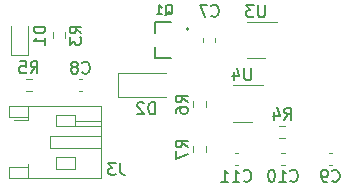
<source format=gbr>
%TF.GenerationSoftware,KiCad,Pcbnew,7.0.2*%
%TF.CreationDate,2024-01-28T17:58:16-05:00*%
%TF.ProjectId,E-INK Watch,452d494e-4b20-4576-9174-63682e6b6963,rev?*%
%TF.SameCoordinates,Original*%
%TF.FileFunction,Legend,Bot*%
%TF.FilePolarity,Positive*%
%FSLAX46Y46*%
G04 Gerber Fmt 4.6, Leading zero omitted, Abs format (unit mm)*
G04 Created by KiCad (PCBNEW 7.0.2) date 2024-01-28 17:58:16*
%MOMM*%
%LPD*%
G01*
G04 APERTURE LIST*
%ADD10C,0.150000*%
%ADD11C,0.120000*%
%ADD12C,0.127000*%
%ADD13C,0.200000*%
G04 APERTURE END LIST*
D10*
%TO.C,U4*%
X101591904Y-126852619D02*
X101591904Y-127662142D01*
X101591904Y-127662142D02*
X101544285Y-127757380D01*
X101544285Y-127757380D02*
X101496666Y-127805000D01*
X101496666Y-127805000D02*
X101401428Y-127852619D01*
X101401428Y-127852619D02*
X101210952Y-127852619D01*
X101210952Y-127852619D02*
X101115714Y-127805000D01*
X101115714Y-127805000D02*
X101068095Y-127757380D01*
X101068095Y-127757380D02*
X101020476Y-127662142D01*
X101020476Y-127662142D02*
X101020476Y-126852619D01*
X100115714Y-127185952D02*
X100115714Y-127852619D01*
X100353809Y-126805000D02*
X100591904Y-127519285D01*
X100591904Y-127519285D02*
X99972857Y-127519285D01*
%TO.C,C10*%
X104920357Y-136357380D02*
X104967976Y-136405000D01*
X104967976Y-136405000D02*
X105110833Y-136452619D01*
X105110833Y-136452619D02*
X105206071Y-136452619D01*
X105206071Y-136452619D02*
X105348928Y-136405000D01*
X105348928Y-136405000D02*
X105444166Y-136309761D01*
X105444166Y-136309761D02*
X105491785Y-136214523D01*
X105491785Y-136214523D02*
X105539404Y-136024047D01*
X105539404Y-136024047D02*
X105539404Y-135881190D01*
X105539404Y-135881190D02*
X105491785Y-135690714D01*
X105491785Y-135690714D02*
X105444166Y-135595476D01*
X105444166Y-135595476D02*
X105348928Y-135500238D01*
X105348928Y-135500238D02*
X105206071Y-135452619D01*
X105206071Y-135452619D02*
X105110833Y-135452619D01*
X105110833Y-135452619D02*
X104967976Y-135500238D01*
X104967976Y-135500238D02*
X104920357Y-135547857D01*
X103967976Y-136452619D02*
X104539404Y-136452619D01*
X104253690Y-136452619D02*
X104253690Y-135452619D01*
X104253690Y-135452619D02*
X104348928Y-135595476D01*
X104348928Y-135595476D02*
X104444166Y-135690714D01*
X104444166Y-135690714D02*
X104539404Y-135738333D01*
X103348928Y-135452619D02*
X103253690Y-135452619D01*
X103253690Y-135452619D02*
X103158452Y-135500238D01*
X103158452Y-135500238D02*
X103110833Y-135547857D01*
X103110833Y-135547857D02*
X103063214Y-135643095D01*
X103063214Y-135643095D02*
X103015595Y-135833571D01*
X103015595Y-135833571D02*
X103015595Y-136071666D01*
X103015595Y-136071666D02*
X103063214Y-136262142D01*
X103063214Y-136262142D02*
X103110833Y-136357380D01*
X103110833Y-136357380D02*
X103158452Y-136405000D01*
X103158452Y-136405000D02*
X103253690Y-136452619D01*
X103253690Y-136452619D02*
X103348928Y-136452619D01*
X103348928Y-136452619D02*
X103444166Y-136405000D01*
X103444166Y-136405000D02*
X103491785Y-136357380D01*
X103491785Y-136357380D02*
X103539404Y-136262142D01*
X103539404Y-136262142D02*
X103587023Y-136071666D01*
X103587023Y-136071666D02*
X103587023Y-135833571D01*
X103587023Y-135833571D02*
X103539404Y-135643095D01*
X103539404Y-135643095D02*
X103491785Y-135547857D01*
X103491785Y-135547857D02*
X103444166Y-135500238D01*
X103444166Y-135500238D02*
X103348928Y-135452619D01*
%TO.C,J3*%
X90503333Y-134882619D02*
X90503333Y-135596904D01*
X90503333Y-135596904D02*
X90550952Y-135739761D01*
X90550952Y-135739761D02*
X90646190Y-135835000D01*
X90646190Y-135835000D02*
X90789047Y-135882619D01*
X90789047Y-135882619D02*
X90884285Y-135882619D01*
X90122380Y-134882619D02*
X89503333Y-134882619D01*
X89503333Y-134882619D02*
X89836666Y-135263571D01*
X89836666Y-135263571D02*
X89693809Y-135263571D01*
X89693809Y-135263571D02*
X89598571Y-135311190D01*
X89598571Y-135311190D02*
X89550952Y-135358809D01*
X89550952Y-135358809D02*
X89503333Y-135454047D01*
X89503333Y-135454047D02*
X89503333Y-135692142D01*
X89503333Y-135692142D02*
X89550952Y-135787380D01*
X89550952Y-135787380D02*
X89598571Y-135835000D01*
X89598571Y-135835000D02*
X89693809Y-135882619D01*
X89693809Y-135882619D02*
X89979523Y-135882619D01*
X89979523Y-135882619D02*
X90074761Y-135835000D01*
X90074761Y-135835000D02*
X90122380Y-135787380D01*
%TO.C,R3*%
X87212619Y-123893333D02*
X86736428Y-123560000D01*
X87212619Y-123321905D02*
X86212619Y-123321905D01*
X86212619Y-123321905D02*
X86212619Y-123702857D01*
X86212619Y-123702857D02*
X86260238Y-123798095D01*
X86260238Y-123798095D02*
X86307857Y-123845714D01*
X86307857Y-123845714D02*
X86403095Y-123893333D01*
X86403095Y-123893333D02*
X86545952Y-123893333D01*
X86545952Y-123893333D02*
X86641190Y-123845714D01*
X86641190Y-123845714D02*
X86688809Y-123798095D01*
X86688809Y-123798095D02*
X86736428Y-123702857D01*
X86736428Y-123702857D02*
X86736428Y-123321905D01*
X86212619Y-124226667D02*
X86212619Y-124845714D01*
X86212619Y-124845714D02*
X86593571Y-124512381D01*
X86593571Y-124512381D02*
X86593571Y-124655238D01*
X86593571Y-124655238D02*
X86641190Y-124750476D01*
X86641190Y-124750476D02*
X86688809Y-124798095D01*
X86688809Y-124798095D02*
X86784047Y-124845714D01*
X86784047Y-124845714D02*
X87022142Y-124845714D01*
X87022142Y-124845714D02*
X87117380Y-124798095D01*
X87117380Y-124798095D02*
X87165000Y-124750476D01*
X87165000Y-124750476D02*
X87212619Y-124655238D01*
X87212619Y-124655238D02*
X87212619Y-124369524D01*
X87212619Y-124369524D02*
X87165000Y-124274286D01*
X87165000Y-124274286D02*
X87117380Y-124226667D01*
%TO.C,C9*%
X108454166Y-136357380D02*
X108501785Y-136405000D01*
X108501785Y-136405000D02*
X108644642Y-136452619D01*
X108644642Y-136452619D02*
X108739880Y-136452619D01*
X108739880Y-136452619D02*
X108882737Y-136405000D01*
X108882737Y-136405000D02*
X108977975Y-136309761D01*
X108977975Y-136309761D02*
X109025594Y-136214523D01*
X109025594Y-136214523D02*
X109073213Y-136024047D01*
X109073213Y-136024047D02*
X109073213Y-135881190D01*
X109073213Y-135881190D02*
X109025594Y-135690714D01*
X109025594Y-135690714D02*
X108977975Y-135595476D01*
X108977975Y-135595476D02*
X108882737Y-135500238D01*
X108882737Y-135500238D02*
X108739880Y-135452619D01*
X108739880Y-135452619D02*
X108644642Y-135452619D01*
X108644642Y-135452619D02*
X108501785Y-135500238D01*
X108501785Y-135500238D02*
X108454166Y-135547857D01*
X107977975Y-136452619D02*
X107787499Y-136452619D01*
X107787499Y-136452619D02*
X107692261Y-136405000D01*
X107692261Y-136405000D02*
X107644642Y-136357380D01*
X107644642Y-136357380D02*
X107549404Y-136214523D01*
X107549404Y-136214523D02*
X107501785Y-136024047D01*
X107501785Y-136024047D02*
X107501785Y-135643095D01*
X107501785Y-135643095D02*
X107549404Y-135547857D01*
X107549404Y-135547857D02*
X107597023Y-135500238D01*
X107597023Y-135500238D02*
X107692261Y-135452619D01*
X107692261Y-135452619D02*
X107882737Y-135452619D01*
X107882737Y-135452619D02*
X107977975Y-135500238D01*
X107977975Y-135500238D02*
X108025594Y-135547857D01*
X108025594Y-135547857D02*
X108073213Y-135643095D01*
X108073213Y-135643095D02*
X108073213Y-135881190D01*
X108073213Y-135881190D02*
X108025594Y-135976428D01*
X108025594Y-135976428D02*
X107977975Y-136024047D01*
X107977975Y-136024047D02*
X107882737Y-136071666D01*
X107882737Y-136071666D02*
X107692261Y-136071666D01*
X107692261Y-136071666D02*
X107597023Y-136024047D01*
X107597023Y-136024047D02*
X107549404Y-135976428D01*
X107549404Y-135976428D02*
X107501785Y-135881190D01*
%TO.C,C8*%
X87296666Y-127207380D02*
X87344285Y-127255000D01*
X87344285Y-127255000D02*
X87487142Y-127302619D01*
X87487142Y-127302619D02*
X87582380Y-127302619D01*
X87582380Y-127302619D02*
X87725237Y-127255000D01*
X87725237Y-127255000D02*
X87820475Y-127159761D01*
X87820475Y-127159761D02*
X87868094Y-127064523D01*
X87868094Y-127064523D02*
X87915713Y-126874047D01*
X87915713Y-126874047D02*
X87915713Y-126731190D01*
X87915713Y-126731190D02*
X87868094Y-126540714D01*
X87868094Y-126540714D02*
X87820475Y-126445476D01*
X87820475Y-126445476D02*
X87725237Y-126350238D01*
X87725237Y-126350238D02*
X87582380Y-126302619D01*
X87582380Y-126302619D02*
X87487142Y-126302619D01*
X87487142Y-126302619D02*
X87344285Y-126350238D01*
X87344285Y-126350238D02*
X87296666Y-126397857D01*
X86725237Y-126731190D02*
X86820475Y-126683571D01*
X86820475Y-126683571D02*
X86868094Y-126635952D01*
X86868094Y-126635952D02*
X86915713Y-126540714D01*
X86915713Y-126540714D02*
X86915713Y-126493095D01*
X86915713Y-126493095D02*
X86868094Y-126397857D01*
X86868094Y-126397857D02*
X86820475Y-126350238D01*
X86820475Y-126350238D02*
X86725237Y-126302619D01*
X86725237Y-126302619D02*
X86534761Y-126302619D01*
X86534761Y-126302619D02*
X86439523Y-126350238D01*
X86439523Y-126350238D02*
X86391904Y-126397857D01*
X86391904Y-126397857D02*
X86344285Y-126493095D01*
X86344285Y-126493095D02*
X86344285Y-126540714D01*
X86344285Y-126540714D02*
X86391904Y-126635952D01*
X86391904Y-126635952D02*
X86439523Y-126683571D01*
X86439523Y-126683571D02*
X86534761Y-126731190D01*
X86534761Y-126731190D02*
X86725237Y-126731190D01*
X86725237Y-126731190D02*
X86820475Y-126778809D01*
X86820475Y-126778809D02*
X86868094Y-126826428D01*
X86868094Y-126826428D02*
X86915713Y-126921666D01*
X86915713Y-126921666D02*
X86915713Y-127112142D01*
X86915713Y-127112142D02*
X86868094Y-127207380D01*
X86868094Y-127207380D02*
X86820475Y-127255000D01*
X86820475Y-127255000D02*
X86725237Y-127302619D01*
X86725237Y-127302619D02*
X86534761Y-127302619D01*
X86534761Y-127302619D02*
X86439523Y-127255000D01*
X86439523Y-127255000D02*
X86391904Y-127207380D01*
X86391904Y-127207380D02*
X86344285Y-127112142D01*
X86344285Y-127112142D02*
X86344285Y-126921666D01*
X86344285Y-126921666D02*
X86391904Y-126826428D01*
X86391904Y-126826428D02*
X86439523Y-126778809D01*
X86439523Y-126778809D02*
X86534761Y-126731190D01*
%TO.C,U3*%
X102761904Y-121522619D02*
X102761904Y-122332142D01*
X102761904Y-122332142D02*
X102714285Y-122427380D01*
X102714285Y-122427380D02*
X102666666Y-122475000D01*
X102666666Y-122475000D02*
X102571428Y-122522619D01*
X102571428Y-122522619D02*
X102380952Y-122522619D01*
X102380952Y-122522619D02*
X102285714Y-122475000D01*
X102285714Y-122475000D02*
X102238095Y-122427380D01*
X102238095Y-122427380D02*
X102190476Y-122332142D01*
X102190476Y-122332142D02*
X102190476Y-121522619D01*
X101809523Y-121522619D02*
X101190476Y-121522619D01*
X101190476Y-121522619D02*
X101523809Y-121903571D01*
X101523809Y-121903571D02*
X101380952Y-121903571D01*
X101380952Y-121903571D02*
X101285714Y-121951190D01*
X101285714Y-121951190D02*
X101238095Y-121998809D01*
X101238095Y-121998809D02*
X101190476Y-122094047D01*
X101190476Y-122094047D02*
X101190476Y-122332142D01*
X101190476Y-122332142D02*
X101238095Y-122427380D01*
X101238095Y-122427380D02*
X101285714Y-122475000D01*
X101285714Y-122475000D02*
X101380952Y-122522619D01*
X101380952Y-122522619D02*
X101666666Y-122522619D01*
X101666666Y-122522619D02*
X101761904Y-122475000D01*
X101761904Y-122475000D02*
X101809523Y-122427380D01*
%TO.C,R5*%
X82916666Y-127262619D02*
X83249999Y-126786428D01*
X83488094Y-127262619D02*
X83488094Y-126262619D01*
X83488094Y-126262619D02*
X83107142Y-126262619D01*
X83107142Y-126262619D02*
X83011904Y-126310238D01*
X83011904Y-126310238D02*
X82964285Y-126357857D01*
X82964285Y-126357857D02*
X82916666Y-126453095D01*
X82916666Y-126453095D02*
X82916666Y-126595952D01*
X82916666Y-126595952D02*
X82964285Y-126691190D01*
X82964285Y-126691190D02*
X83011904Y-126738809D01*
X83011904Y-126738809D02*
X83107142Y-126786428D01*
X83107142Y-126786428D02*
X83488094Y-126786428D01*
X82011904Y-126262619D02*
X82488094Y-126262619D01*
X82488094Y-126262619D02*
X82535713Y-126738809D01*
X82535713Y-126738809D02*
X82488094Y-126691190D01*
X82488094Y-126691190D02*
X82392856Y-126643571D01*
X82392856Y-126643571D02*
X82154761Y-126643571D01*
X82154761Y-126643571D02*
X82059523Y-126691190D01*
X82059523Y-126691190D02*
X82011904Y-126738809D01*
X82011904Y-126738809D02*
X81964285Y-126834047D01*
X81964285Y-126834047D02*
X81964285Y-127072142D01*
X81964285Y-127072142D02*
X82011904Y-127167380D01*
X82011904Y-127167380D02*
X82059523Y-127215000D01*
X82059523Y-127215000D02*
X82154761Y-127262619D01*
X82154761Y-127262619D02*
X82392856Y-127262619D01*
X82392856Y-127262619D02*
X82488094Y-127215000D01*
X82488094Y-127215000D02*
X82535713Y-127167380D01*
%TO.C,R7*%
X96212619Y-133553333D02*
X95736428Y-133220000D01*
X96212619Y-132981905D02*
X95212619Y-132981905D01*
X95212619Y-132981905D02*
X95212619Y-133362857D01*
X95212619Y-133362857D02*
X95260238Y-133458095D01*
X95260238Y-133458095D02*
X95307857Y-133505714D01*
X95307857Y-133505714D02*
X95403095Y-133553333D01*
X95403095Y-133553333D02*
X95545952Y-133553333D01*
X95545952Y-133553333D02*
X95641190Y-133505714D01*
X95641190Y-133505714D02*
X95688809Y-133458095D01*
X95688809Y-133458095D02*
X95736428Y-133362857D01*
X95736428Y-133362857D02*
X95736428Y-132981905D01*
X95212619Y-133886667D02*
X95212619Y-134553333D01*
X95212619Y-134553333D02*
X96212619Y-134124762D01*
%TO.C,D1*%
X84172619Y-123321905D02*
X83172619Y-123321905D01*
X83172619Y-123321905D02*
X83172619Y-123560000D01*
X83172619Y-123560000D02*
X83220238Y-123702857D01*
X83220238Y-123702857D02*
X83315476Y-123798095D01*
X83315476Y-123798095D02*
X83410714Y-123845714D01*
X83410714Y-123845714D02*
X83601190Y-123893333D01*
X83601190Y-123893333D02*
X83744047Y-123893333D01*
X83744047Y-123893333D02*
X83934523Y-123845714D01*
X83934523Y-123845714D02*
X84029761Y-123798095D01*
X84029761Y-123798095D02*
X84125000Y-123702857D01*
X84125000Y-123702857D02*
X84172619Y-123560000D01*
X84172619Y-123560000D02*
X84172619Y-123321905D01*
X84172619Y-124845714D02*
X84172619Y-124274286D01*
X84172619Y-124560000D02*
X83172619Y-124560000D01*
X83172619Y-124560000D02*
X83315476Y-124464762D01*
X83315476Y-124464762D02*
X83410714Y-124369524D01*
X83410714Y-124369524D02*
X83458333Y-124274286D01*
%TO.C,C7*%
X98226666Y-122387380D02*
X98274285Y-122435000D01*
X98274285Y-122435000D02*
X98417142Y-122482619D01*
X98417142Y-122482619D02*
X98512380Y-122482619D01*
X98512380Y-122482619D02*
X98655237Y-122435000D01*
X98655237Y-122435000D02*
X98750475Y-122339761D01*
X98750475Y-122339761D02*
X98798094Y-122244523D01*
X98798094Y-122244523D02*
X98845713Y-122054047D01*
X98845713Y-122054047D02*
X98845713Y-121911190D01*
X98845713Y-121911190D02*
X98798094Y-121720714D01*
X98798094Y-121720714D02*
X98750475Y-121625476D01*
X98750475Y-121625476D02*
X98655237Y-121530238D01*
X98655237Y-121530238D02*
X98512380Y-121482619D01*
X98512380Y-121482619D02*
X98417142Y-121482619D01*
X98417142Y-121482619D02*
X98274285Y-121530238D01*
X98274285Y-121530238D02*
X98226666Y-121577857D01*
X97893332Y-121482619D02*
X97226666Y-121482619D01*
X97226666Y-121482619D02*
X97655237Y-122482619D01*
%TO.C,R4*%
X104408266Y-131195019D02*
X104741599Y-130718828D01*
X104979694Y-131195019D02*
X104979694Y-130195019D01*
X104979694Y-130195019D02*
X104598742Y-130195019D01*
X104598742Y-130195019D02*
X104503504Y-130242638D01*
X104503504Y-130242638D02*
X104455885Y-130290257D01*
X104455885Y-130290257D02*
X104408266Y-130385495D01*
X104408266Y-130385495D02*
X104408266Y-130528352D01*
X104408266Y-130528352D02*
X104455885Y-130623590D01*
X104455885Y-130623590D02*
X104503504Y-130671209D01*
X104503504Y-130671209D02*
X104598742Y-130718828D01*
X104598742Y-130718828D02*
X104979694Y-130718828D01*
X103551123Y-130528352D02*
X103551123Y-131195019D01*
X103789218Y-130147400D02*
X104027313Y-130861685D01*
X104027313Y-130861685D02*
X103408266Y-130861685D01*
%TO.C,Q1*%
X94316190Y-122358285D02*
X94392380Y-122320190D01*
X94392380Y-122320190D02*
X94468571Y-122244000D01*
X94468571Y-122244000D02*
X94582857Y-122129714D01*
X94582857Y-122129714D02*
X94659047Y-122091619D01*
X94659047Y-122091619D02*
X94735238Y-122091619D01*
X94697142Y-122282095D02*
X94773333Y-122244000D01*
X94773333Y-122244000D02*
X94849523Y-122167809D01*
X94849523Y-122167809D02*
X94887619Y-122015428D01*
X94887619Y-122015428D02*
X94887619Y-121748761D01*
X94887619Y-121748761D02*
X94849523Y-121596380D01*
X94849523Y-121596380D02*
X94773333Y-121520190D01*
X94773333Y-121520190D02*
X94697142Y-121482095D01*
X94697142Y-121482095D02*
X94544761Y-121482095D01*
X94544761Y-121482095D02*
X94468571Y-121520190D01*
X94468571Y-121520190D02*
X94392380Y-121596380D01*
X94392380Y-121596380D02*
X94354285Y-121748761D01*
X94354285Y-121748761D02*
X94354285Y-122015428D01*
X94354285Y-122015428D02*
X94392380Y-122167809D01*
X94392380Y-122167809D02*
X94468571Y-122244000D01*
X94468571Y-122244000D02*
X94544761Y-122282095D01*
X94544761Y-122282095D02*
X94697142Y-122282095D01*
X93592381Y-122282095D02*
X94049524Y-122282095D01*
X93820952Y-122282095D02*
X93820952Y-121482095D01*
X93820952Y-121482095D02*
X93897143Y-121596380D01*
X93897143Y-121596380D02*
X93973333Y-121672571D01*
X93973333Y-121672571D02*
X94049524Y-121710666D01*
%TO.C,R6*%
X96212619Y-129743333D02*
X95736428Y-129410000D01*
X96212619Y-129171905D02*
X95212619Y-129171905D01*
X95212619Y-129171905D02*
X95212619Y-129552857D01*
X95212619Y-129552857D02*
X95260238Y-129648095D01*
X95260238Y-129648095D02*
X95307857Y-129695714D01*
X95307857Y-129695714D02*
X95403095Y-129743333D01*
X95403095Y-129743333D02*
X95545952Y-129743333D01*
X95545952Y-129743333D02*
X95641190Y-129695714D01*
X95641190Y-129695714D02*
X95688809Y-129648095D01*
X95688809Y-129648095D02*
X95736428Y-129552857D01*
X95736428Y-129552857D02*
X95736428Y-129171905D01*
X95212619Y-130600476D02*
X95212619Y-130410000D01*
X95212619Y-130410000D02*
X95260238Y-130314762D01*
X95260238Y-130314762D02*
X95307857Y-130267143D01*
X95307857Y-130267143D02*
X95450714Y-130171905D01*
X95450714Y-130171905D02*
X95641190Y-130124286D01*
X95641190Y-130124286D02*
X96022142Y-130124286D01*
X96022142Y-130124286D02*
X96117380Y-130171905D01*
X96117380Y-130171905D02*
X96165000Y-130219524D01*
X96165000Y-130219524D02*
X96212619Y-130314762D01*
X96212619Y-130314762D02*
X96212619Y-130505238D01*
X96212619Y-130505238D02*
X96165000Y-130600476D01*
X96165000Y-130600476D02*
X96117380Y-130648095D01*
X96117380Y-130648095D02*
X96022142Y-130695714D01*
X96022142Y-130695714D02*
X95784047Y-130695714D01*
X95784047Y-130695714D02*
X95688809Y-130648095D01*
X95688809Y-130648095D02*
X95641190Y-130600476D01*
X95641190Y-130600476D02*
X95593571Y-130505238D01*
X95593571Y-130505238D02*
X95593571Y-130314762D01*
X95593571Y-130314762D02*
X95641190Y-130219524D01*
X95641190Y-130219524D02*
X95688809Y-130171905D01*
X95688809Y-130171905D02*
X95784047Y-130124286D01*
%TO.C,D2*%
X93448094Y-130732619D02*
X93448094Y-129732619D01*
X93448094Y-129732619D02*
X93209999Y-129732619D01*
X93209999Y-129732619D02*
X93067142Y-129780238D01*
X93067142Y-129780238D02*
X92971904Y-129875476D01*
X92971904Y-129875476D02*
X92924285Y-129970714D01*
X92924285Y-129970714D02*
X92876666Y-130161190D01*
X92876666Y-130161190D02*
X92876666Y-130304047D01*
X92876666Y-130304047D02*
X92924285Y-130494523D01*
X92924285Y-130494523D02*
X92971904Y-130589761D01*
X92971904Y-130589761D02*
X93067142Y-130685000D01*
X93067142Y-130685000D02*
X93209999Y-130732619D01*
X93209999Y-130732619D02*
X93448094Y-130732619D01*
X92495713Y-129827857D02*
X92448094Y-129780238D01*
X92448094Y-129780238D02*
X92352856Y-129732619D01*
X92352856Y-129732619D02*
X92114761Y-129732619D01*
X92114761Y-129732619D02*
X92019523Y-129780238D01*
X92019523Y-129780238D02*
X91971904Y-129827857D01*
X91971904Y-129827857D02*
X91924285Y-129923095D01*
X91924285Y-129923095D02*
X91924285Y-130018333D01*
X91924285Y-130018333D02*
X91971904Y-130161190D01*
X91971904Y-130161190D02*
X92543332Y-130732619D01*
X92543332Y-130732619D02*
X91924285Y-130732619D01*
%TO.C,C11*%
X100972857Y-136357380D02*
X101020476Y-136405000D01*
X101020476Y-136405000D02*
X101163333Y-136452619D01*
X101163333Y-136452619D02*
X101258571Y-136452619D01*
X101258571Y-136452619D02*
X101401428Y-136405000D01*
X101401428Y-136405000D02*
X101496666Y-136309761D01*
X101496666Y-136309761D02*
X101544285Y-136214523D01*
X101544285Y-136214523D02*
X101591904Y-136024047D01*
X101591904Y-136024047D02*
X101591904Y-135881190D01*
X101591904Y-135881190D02*
X101544285Y-135690714D01*
X101544285Y-135690714D02*
X101496666Y-135595476D01*
X101496666Y-135595476D02*
X101401428Y-135500238D01*
X101401428Y-135500238D02*
X101258571Y-135452619D01*
X101258571Y-135452619D02*
X101163333Y-135452619D01*
X101163333Y-135452619D02*
X101020476Y-135500238D01*
X101020476Y-135500238D02*
X100972857Y-135547857D01*
X100020476Y-136452619D02*
X100591904Y-136452619D01*
X100306190Y-136452619D02*
X100306190Y-135452619D01*
X100306190Y-135452619D02*
X100401428Y-135595476D01*
X100401428Y-135595476D02*
X100496666Y-135690714D01*
X100496666Y-135690714D02*
X100591904Y-135738333D01*
X99068095Y-136452619D02*
X99639523Y-136452619D01*
X99353809Y-136452619D02*
X99353809Y-135452619D01*
X99353809Y-135452619D02*
X99449047Y-135595476D01*
X99449047Y-135595476D02*
X99544285Y-135690714D01*
X99544285Y-135690714D02*
X99639523Y-135738333D01*
D11*
%TO.C,U4*%
X100830000Y-131420000D02*
X101630000Y-131420000D01*
X100830000Y-131420000D02*
X100030000Y-131420000D01*
X100830000Y-128300000D02*
X102630000Y-128300000D01*
X100830000Y-128300000D02*
X100030000Y-128300000D01*
%TO.C,C10*%
X104423767Y-135030000D02*
X104131233Y-135030000D01*
X104423767Y-134010000D02*
X104131233Y-134010000D01*
%TO.C,J3*%
X88910000Y-130020000D02*
X88910000Y-136140000D01*
X82690000Y-130020000D02*
X82690000Y-130940000D01*
X81090000Y-130020000D02*
X88910000Y-130020000D01*
X86650000Y-130780000D02*
X86650000Y-131780000D01*
X85050000Y-130780000D02*
X86650000Y-130780000D01*
X82690000Y-130940000D02*
X81090000Y-130940000D01*
X81090000Y-130940000D02*
X81090000Y-130020000D01*
X82690000Y-131220000D02*
X82690000Y-130940000D01*
X82690000Y-131220000D02*
X81475000Y-131220000D01*
X86650000Y-131280000D02*
X88910000Y-131280000D01*
X86650000Y-131780000D02*
X88910000Y-131780000D01*
X86650000Y-131780000D02*
X85050000Y-131780000D01*
X85050000Y-131780000D02*
X85050000Y-130780000D01*
X88910000Y-132580000D02*
X84550000Y-132580000D01*
X84550000Y-132580000D02*
X84550000Y-133580000D01*
X84550000Y-133580000D02*
X88910000Y-133580000D01*
X86650000Y-134380000D02*
X85050000Y-134380000D01*
X85050000Y-134380000D02*
X85050000Y-135380000D01*
X82690000Y-135220000D02*
X82690000Y-134940000D01*
X81090000Y-135220000D02*
X82690000Y-135220000D01*
X86650000Y-135380000D02*
X86650000Y-134380000D01*
X85050000Y-135380000D02*
X86650000Y-135380000D01*
X88910000Y-136140000D02*
X81090000Y-136140000D01*
X82690000Y-136140000D02*
X82690000Y-135220000D01*
X81090000Y-136140000D02*
X81090000Y-135220000D01*
%TO.C,R3*%
X84797500Y-124314724D02*
X84797500Y-123805276D01*
X85842500Y-124314724D02*
X85842500Y-123805276D01*
%TO.C,C9*%
X108433767Y-135030000D02*
X108141233Y-135030000D01*
X108433767Y-134010000D02*
X108141233Y-134010000D01*
%TO.C,C8*%
X87276267Y-128780000D02*
X86983733Y-128780000D01*
X87276267Y-127760000D02*
X86983733Y-127760000D01*
%TO.C,U3*%
X102000000Y-126020000D02*
X102800000Y-126020000D01*
X102000000Y-126020000D02*
X101200000Y-126020000D01*
X102000000Y-122900000D02*
X103800000Y-122900000D01*
X102000000Y-122900000D02*
X101200000Y-122900000D01*
%TO.C,R5*%
X82495276Y-127747500D02*
X83004724Y-127747500D01*
X82495276Y-128792500D02*
X83004724Y-128792500D01*
%TO.C,R7*%
X96697500Y-133974724D02*
X96697500Y-133465276D01*
X97742500Y-133974724D02*
X97742500Y-133465276D01*
%TO.C,D1*%
X81245000Y-125720000D02*
X81245000Y-123260000D01*
X82715000Y-125720000D02*
X81245000Y-125720000D01*
X82715000Y-123260000D02*
X82715000Y-125720000D01*
%TO.C,C7*%
X97550000Y-124606267D02*
X97550000Y-124313733D01*
X98570000Y-124606267D02*
X98570000Y-124313733D01*
%TO.C,R4*%
X104496324Y-132754900D02*
X103986876Y-132754900D01*
X104496324Y-131709900D02*
X103986876Y-131709900D01*
D12*
%TO.C,Q1*%
X94810000Y-122910000D02*
X93410000Y-122910000D01*
X93410000Y-126010000D02*
X94810000Y-126010000D01*
X93410000Y-125090000D02*
X93410000Y-126010000D01*
X93410000Y-122910000D02*
X93410000Y-123830000D01*
D13*
X96310000Y-123545000D02*
G75*
G03*
X96310000Y-123545000I-100000J0D01*
G01*
D11*
%TO.C,R6*%
X96697500Y-130164724D02*
X96697500Y-129655276D01*
X97742500Y-130164724D02*
X97742500Y-129655276D01*
%TO.C,D2*%
X90350000Y-127270000D02*
X94360000Y-127270000D01*
X90350000Y-129270000D02*
X90350000Y-127270000D01*
X90350000Y-129270000D02*
X94360000Y-129270000D01*
%TO.C,C11*%
X100476267Y-135030000D02*
X100183733Y-135030000D01*
X100476267Y-134010000D02*
X100183733Y-134010000D01*
%TD*%
M02*

</source>
